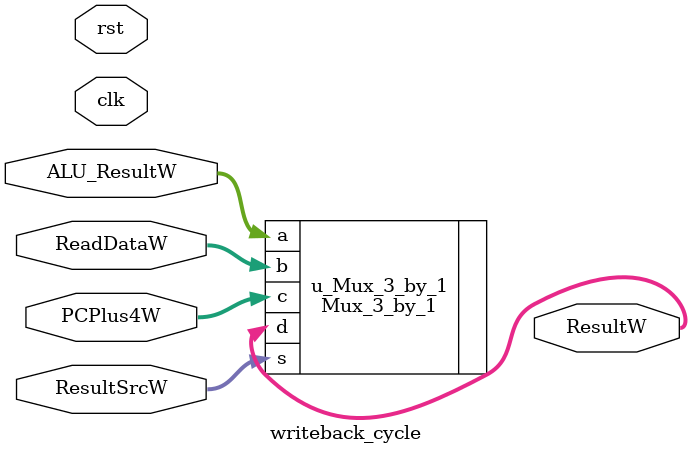
<source format=v>
module writeback_cycle(clk, rst, ResultSrcW, PCPlus4W, ALU_ResultW, ReadDataW, ResultW);

    // Declaration of IOs
    input clk, rst;
    input [1:0] ResultSrcW;
    input [31:0] PCPlus4W, ALU_ResultW, ReadDataW;

    output [31:0] ResultW;

    // Declaration of Module
    Mux_3_by_1 u_Mux_3_by_1 (
        .a    (ALU_ResultW),
        .b    (ReadDataW),
        .c    (PCPlus4W),
        .s    (ResultSrcW),
        .d    (ResultW)
        );

endmodule
</source>
